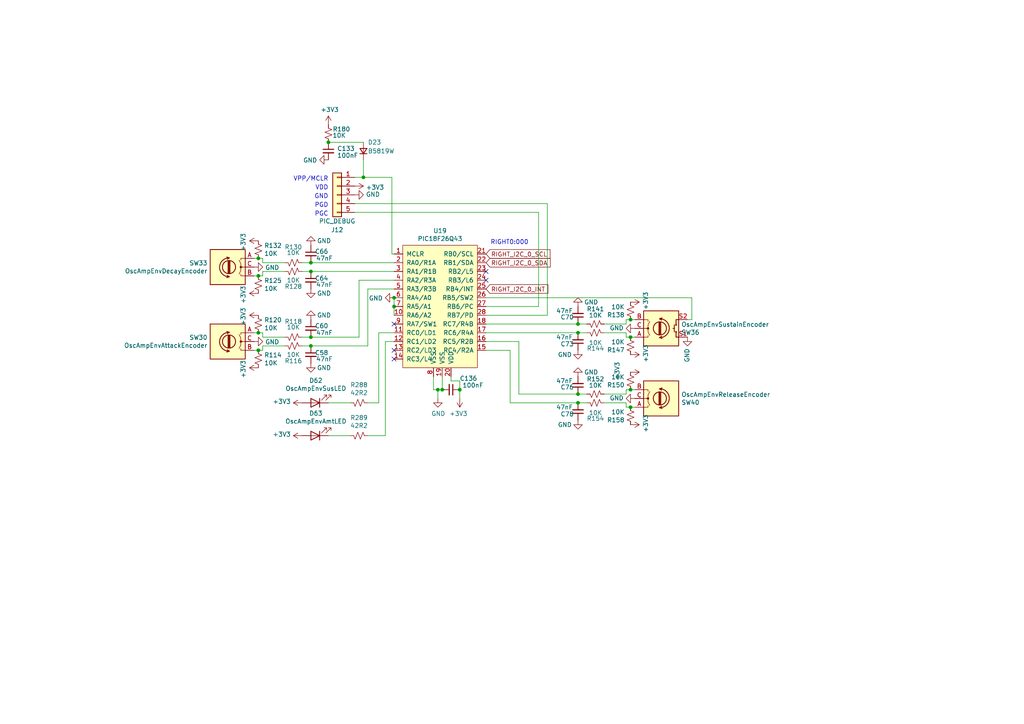
<source format=kicad_sch>
(kicad_sch (version 20210621) (generator eeschema)
  (paper "A4")
  (lib_symbols
    (symbol "Connector_Generic:Conn_01x05" (pin_names (offset 1.016) hide)
      (property "Reference" "J" (at 0 7.62 0))
      (property "Value" "Conn_01x05" (at 0 -7.62 0))
      (symbol "Conn_01x05_1_1"
        (rectangle (start -1.27 -4.953) (end 0 -5.207) (stroke (width 0.1524)))
        (rectangle (start -1.27 -2.413) (end 0 -2.667) (stroke (width 0.1524)))
        (rectangle (start -1.27 0.127) (end 0 -0.127) (stroke (width 0.1524)))
        (rectangle (start -1.27 2.667) (end 0 2.413) (stroke (width 0.1524)))
        (rectangle (start -1.27 5.207) (end 0 4.953) (stroke (width 0.1524)))
        (rectangle (start -1.27 6.35) (end 1.27 -6.35) (stroke (width 0.254)) (fill (type background)))
        (pin passive line (at -5.08 5.08 0) (length 3.81) (name "Pin_1") (number "1"))
        (pin passive line (at -5.08 2.54 0) (length 3.81) (name "Pin_2") (number "2"))
        (pin passive line (at -5.08 0 0) (length 3.81) (name "Pin_3") (number "3"))
        (pin passive line (at -5.08 -2.54 0) (length 3.81) (name "Pin_4") (number "4"))
        (pin passive line (at -5.08 -5.08 0) (length 3.81) (name "Pin_5") (number "5"))
      )
    )
    (symbol "Device:C_Small" (pin_numbers hide) (pin_names (offset 0.254) hide)
      (property "Reference" "C" (at 0.254 1.778 0))
      (property "Value" "C_Small" (at 0.254 -2.032 0))
      (symbol "C_Small_0_1"
        (polyline (pts (xy -1.524 -0.508) (xy 1.524 -0.508)) (stroke (width 0.3302)))
        (polyline (pts (xy -1.524 0.508) (xy 1.524 0.508)) (stroke (width 0.3048)))
      )
      (symbol "C_Small_1_1"
        (pin passive line (at 0 2.54 270) (length 2.032) (name "~") (number "1"))
        (pin passive line (at 0 -2.54 90) (length 2.032) (name "~") (number "2"))
      )
    )
    (symbol "Device:D_Small" (pin_numbers hide) (pin_names (offset 0.254) hide)
      (property "Reference" "D" (at -1.27 2.032 0))
      (property "Value" "D_Small" (at -3.81 -2.032 0))
      (symbol "D_Small_0_1"
        (polyline (pts (xy -0.762 -1.016) (xy -0.762 1.016)) (stroke (width 0.254)))
        (polyline (pts (xy -0.762 0) (xy 0.762 0)))
        (polyline (pts (xy 0.762 -1.016) (xy -0.762 0) (xy 0.762 1.016) (xy 0.762 -1.016)) (stroke (width 0.254)))
      )
      (symbol "D_Small_1_1"
        (pin passive line (at -2.54 0 0) (length 1.778) (name "K") (number "1"))
        (pin passive line (at 2.54 0 180) (length 1.778) (name "A") (number "2"))
      )
    )
    (symbol "Device:LED" (pin_numbers hide) (pin_names (offset 1.016) hide)
      (property "Reference" "D" (at 0 2.54 0))
      (property "Value" "LED" (at 0 -2.54 0))
      (symbol "LED_0_1"
        (polyline (pts (xy -1.27 -1.27) (xy -1.27 1.27)) (stroke (width 0.254)))
        (polyline (pts (xy -1.27 0) (xy 1.27 0)))
        (polyline (pts (xy 1.27 -1.27) (xy 1.27 1.27) (xy -1.27 0) (xy 1.27 -1.27)) (stroke (width 0.254)))
        (polyline (pts (xy -3.048 -0.762) (xy -4.572 -2.286) (xy -3.81 -2.286) (xy -4.572 -2.286) (xy -4.572 -1.524)))
        (polyline (pts (xy -1.778 -0.762) (xy -3.302 -2.286) (xy -2.54 -2.286) (xy -3.302 -2.286) (xy -3.302 -1.524)))
      )
      (symbol "LED_1_1"
        (pin passive line (at -3.81 0 0) (length 2.54) (name "K") (number "1"))
        (pin passive line (at 3.81 0 180) (length 2.54) (name "A") (number "2"))
      )
    )
    (symbol "Device:R_Small_US" (pin_numbers hide) (pin_names (offset 0.254) hide)
      (property "Reference" "R" (at 0.762 0.508 0))
      (property "Value" "R_Small_US" (at 0.762 -1.016 0))
      (symbol "R_Small_US_1_1"
        (polyline (pts (xy 0 0) (xy 1.016 -0.381) (xy 0 -0.762) (xy -1.016 -1.143) (xy 0 -1.524)))
        (polyline (pts (xy 0 1.524) (xy 1.016 1.143) (xy 0 0.762) (xy -1.016 0.381) (xy 0 0)))
        (pin passive line (at 0 2.54 270) (length 1.016) (name "~") (number "1"))
        (pin passive line (at 0 -2.54 90) (length 1.016) (name "~") (number "2"))
      )
    )
    (symbol "Device:RotaryEncoder" (pin_names (offset 0.254) hide)
      (property "Reference" "SW" (at 0 6.604 0))
      (property "Value" "RotaryEncoder" (at 0 -6.604 0))
      (symbol "RotaryEncoder_0_1"
        (arc (start -0.381 -2.794) (end -0.381 2.667) (radius (at -0.381 -0.0508) (length 2.7432) (angles -89.9 89.9)) (stroke (width 0.254)))
        (circle (center -0.381 0) (radius 1.905) (stroke (width 0.254)))
        (circle (center -3.81 0) (radius 0.254) (fill (type outline)))
        (rectangle (start -5.08 5.08) (end 5.08 -5.08) (stroke (width 0.254)) (fill (type background)))
        (polyline (pts (xy -0.635 -1.778) (xy -0.635 1.778)) (stroke (width 0.254)))
        (polyline (pts (xy -0.381 -1.778) (xy -0.381 1.778)) (stroke (width 0.254)))
        (polyline (pts (xy -0.127 1.778) (xy -0.127 -1.778)) (stroke (width 0.254)))
        (polyline (pts (xy -5.08 -2.54) (xy -3.81 -2.54) (xy -3.81 -2.032)))
        (polyline (pts (xy -5.08 2.54) (xy -3.81 2.54) (xy -3.81 2.032)))
        (polyline (pts (xy 0.254 -3.048) (xy -0.508 -2.794) (xy 0.127 -2.413)) (stroke (width 0.254)))
        (polyline (pts (xy 0.254 2.921) (xy -0.508 2.667) (xy 0.127 2.286)) (stroke (width 0.254)))
        (polyline (pts (xy -5.08 0) (xy -3.81 0) (xy -3.81 -1.016) (xy -3.302 -2.032)))
        (polyline (pts (xy -4.318 0) (xy -3.81 0) (xy -3.81 1.016) (xy -3.302 2.032)))
      )
      (symbol "RotaryEncoder_1_1"
        (pin passive line (at -7.62 2.54 0) (length 2.54) (name "A") (number "A"))
        (pin passive line (at -7.62 -2.54 0) (length 2.54) (name "B") (number "B"))
        (pin passive line (at -7.62 0 0) (length 2.54) (name "C") (number "C"))
      )
    )
    (symbol "Device:RotaryEncoder_Switch" (pin_names (offset 0.254) hide)
      (property "Reference" "SW" (at 0 6.604 0))
      (property "Value" "RotaryEncoder_Switch" (at 0 -6.604 0))
      (symbol "RotaryEncoder_Switch_0_1"
        (arc (start -0.381 -2.794) (end -0.381 2.667) (radius (at -0.381 -0.0508) (length 2.7432) (angles -89.9 89.9)) (stroke (width 0.254)))
        (circle (center -0.381 0) (radius 1.905) (stroke (width 0.254)))
        (circle (center 4.318 -1.016) (radius 0.127) (stroke (width 0.254)))
        (circle (center 4.318 1.016) (radius 0.127) (stroke (width 0.254)))
        (circle (center -3.81 0) (radius 0.254) (fill (type outline)))
        (rectangle (start -5.08 5.08) (end 5.08 -5.08) (stroke (width 0.254)) (fill (type background)))
        (polyline (pts (xy -0.635 -1.778) (xy -0.635 1.778)) (stroke (width 0.254)))
        (polyline (pts (xy -0.381 -1.778) (xy -0.381 1.778)) (stroke (width 0.254)))
        (polyline (pts (xy -0.127 1.778) (xy -0.127 -1.778)) (stroke (width 0.254)))
        (polyline (pts (xy 3.81 0) (xy 3.429 0)) (stroke (width 0.254)))
        (polyline (pts (xy 3.81 1.016) (xy 3.81 -1.016)) (stroke (width 0.254)))
        (polyline (pts (xy -5.08 -2.54) (xy -3.81 -2.54) (xy -3.81 -2.032)))
        (polyline (pts (xy -5.08 2.54) (xy -3.81 2.54) (xy -3.81 2.032)))
        (polyline (pts (xy 0.254 -3.048) (xy -0.508 -2.794) (xy 0.127 -2.413)) (stroke (width 0.254)))
        (polyline (pts (xy 0.254 2.921) (xy -0.508 2.667) (xy 0.127 2.286)) (stroke (width 0.254)))
        (polyline (pts (xy 5.08 -2.54) (xy 4.318 -2.54) (xy 4.318 -1.016)) (stroke (width 0.254)))
        (polyline (pts (xy 5.08 2.54) (xy 4.318 2.54) (xy 4.318 1.016)) (stroke (width 0.254)))
        (polyline (pts (xy -5.08 0) (xy -3.81 0) (xy -3.81 -1.016) (xy -3.302 -2.032)))
        (polyline (pts (xy -4.318 0) (xy -3.81 0) (xy -3.81 1.016) (xy -3.302 2.032)))
      )
      (symbol "RotaryEncoder_Switch_1_1"
        (pin passive line (at -7.62 2.54 0) (length 2.54) (name "A") (number "A"))
        (pin passive line (at -7.62 -2.54 0) (length 2.54) (name "B") (number "B"))
        (pin passive line (at -7.62 0 0) (length 2.54) (name "C") (number "C"))
        (pin passive line (at 7.62 2.54 180) (length 2.54) (name "S1") (number "S1"))
        (pin passive line (at 7.62 -2.54 180) (length 2.54) (name "S2") (number "S2"))
      )
    )
    (symbol "PIC18F26Q43:PIC18F26Q43" (pin_names (offset 1.016))
      (property "Reference" "U" (at -6.35 -1.27 0))
      (property "Value" "PIC18F26Q43" (at -6.35 -3.81 0))
      (symbol "PIC18F26Q43_0_1"
        (rectangle (start -17.78 -6.35) (end 3.81 -41.91) (fill (type background)))
      )
      (symbol "PIC18F26Q43_1_1"
        (pin input line (at -20.32 -8.89 0) (length 2.54) (name "MCLR") (number "1"))
        (pin input line (at -20.32 -26.67 0) (length 2.54) (name "RA6/A2") (number "10"))
        (pin output line (at -20.32 -31.75 0) (length 2.54) (name "RC0/LD1") (number "11"))
        (pin output line (at -20.32 -34.29 0) (length 2.54) (name "RC1/LD2") (number "12"))
        (pin output line (at -20.32 -36.83 0) (length 2.54) (name "RC2/LD3") (number "13"))
        (pin output line (at -20.32 -39.37 0) (length 2.54) (name "RC3/L4") (number "14"))
        (pin input line (at 6.35 -36.83 180) (length 2.54) (name "RC4/R2A") (number "15"))
        (pin input line (at 6.35 -34.29 180) (length 2.54) (name "RC5/R2B") (number "16"))
        (pin input line (at 6.35 -31.75 180) (length 2.54) (name "RC6/R4A") (number "17"))
        (pin input line (at 6.35 -29.21 180) (length 2.54) (name "RC7/R4B") (number "18"))
        (pin power_in line (at -6.35 -44.45 90) (length 2.54) (name "VSS") (number "19"))
        (pin input line (at -20.32 -11.43 0) (length 2.54) (name "RA0/R1A") (number "2"))
        (pin power_in line (at -3.81 -44.45 90) (length 2.54) (name "VDD") (number "20"))
        (pin input line (at 6.35 -8.89 180) (length 2.54) (name "RB0/SCL") (number "21"))
        (pin bidirectional line (at 6.35 -11.43 180) (length 2.54) (name "RB1/SDA") (number "22"))
        (pin output line (at 6.35 -13.97 180) (length 2.54) (name "RB2/L5") (number "23"))
        (pin output line (at 6.35 -16.51 180) (length 2.54) (name "RB3/L6") (number "24"))
        (pin bidirectional line (at 6.35 -19.05 180) (length 2.54) (name "RB4/INT") (number "25"))
        (pin output line (at 6.35 -21.59 180) (length 2.54) (name "RB5/SW2") (number "26"))
        (pin input line (at 6.35 -24.13 180) (length 2.54) (name "RB6/PC") (number "27"))
        (pin input line (at 6.35 -26.67 180) (length 2.54) (name "RB7/PD") (number "28"))
        (pin input line (at -20.32 -13.97 0) (length 2.54) (name "RA1/R1B") (number "3"))
        (pin input line (at -20.32 -16.51 0) (length 2.54) (name "RA2/R3A") (number "4"))
        (pin input line (at -20.32 -19.05 0) (length 2.54) (name "RA3/R3B") (number "5"))
        (pin input line (at -20.32 -21.59 0) (length 2.54) (name "RA4/A0") (number "6"))
        (pin input line (at -20.32 -24.13 0) (length 2.54) (name "RA5/A1") (number "7"))
        (pin power_in line (at -8.89 -44.45 90) (length 2.54) (name "VSS") (number "8"))
        (pin input line (at -20.32 -29.21 0) (length 2.54) (name "RA7/SW1") (number "9"))
      )
    )
    (symbol "power:+3.3V" (power) (pin_names (offset 0))
      (property "Value" "+3.3V" (at 0 3.556 0))
      (symbol "+3.3V_0_1"
        (polyline (pts (xy -0.762 1.27) (xy 0 2.54)))
        (polyline (pts (xy 0 0) (xy 0 2.54)))
        (polyline (pts (xy 0 2.54) (xy 0.762 1.27)))
      )
      (symbol "+3.3V_1_1"
        (pin power_in line (at 0 0 90) (length 0) hide (name "+3V3") (number "1"))
      )
    )
    (symbol "power:GND" (power) (pin_names (offset 0))
      (property "Value" "GND" (at 0 -3.81 0))
      (symbol "GND_0_1"
        (polyline (pts (xy 0 0) (xy 0 -1.27) (xy 1.27 -1.27) (xy 0 -2.54) (xy -1.27 -1.27) (xy 0 -1.27)))
      )
      (symbol "GND_1_1"
        (pin power_in line (at 0 0 270) (length 0) hide (name "GND") (number "1"))
      )
    )
  )
  (junction (at 74.93 74.93))
  (junction (at 74.93 80.01))
  (junction (at 74.93 96.52))
  (junction (at 74.93 101.6))
  (junction (at 90.17 76.2))
  (junction (at 90.17 78.74))
  (junction (at 90.17 97.79))
  (junction (at 90.17 100.33))
  (junction (at 95.25 41.275))
  (junction (at 105.41 51.435))
  (junction (at 114.3 86.36))
  (junction (at 114.3 88.9))
  (junction (at 127 113.03))
  (junction (at 128.27 113.03))
  (junction (at 133.35 113.03))
  (junction (at 167.64 93.98))
  (junction (at 167.64 96.52))
  (junction (at 167.64 114.3))
  (junction (at 167.64 116.84))
  (junction (at 182.88 92.71))
  (junction (at 182.88 97.79))
  (junction (at 182.88 113.03))
  (junction (at 182.88 118.11))
  (no_connect (at 114.3 93.98))
  (no_connect (at 114.3 101.6))
  (no_connect (at 114.3 104.14))
  (no_connect (at 140.97 78.74))
  (no_connect (at 140.97 81.28))
  (wire (pts (xy 74.93 74.93) (xy 73.66 74.93)))
  (wire (pts (xy 74.93 80.01) (xy 73.66 80.01)))
  (wire (pts (xy 74.93 96.52) (xy 73.66 96.52)))
  (wire (pts (xy 74.93 101.6) (xy 73.66 101.6)))
  (wire (pts (xy 76.2 74.93) (xy 74.93 74.93)))
  (wire (pts (xy 76.2 74.93) (xy 76.2 76.2)))
  (wire (pts (xy 76.2 78.74) (xy 76.2 80.01)))
  (wire (pts (xy 76.2 80.01) (xy 74.93 80.01)))
  (wire (pts (xy 76.2 96.52) (xy 74.93 96.52)))
  (wire (pts (xy 76.2 96.52) (xy 76.2 97.79)))
  (wire (pts (xy 76.2 100.33) (xy 76.2 101.6)))
  (wire (pts (xy 76.2 101.6) (xy 74.93 101.6)))
  (wire (pts (xy 82.55 76.2) (xy 76.2 76.2)))
  (wire (pts (xy 82.55 78.74) (xy 76.2 78.74)))
  (wire (pts (xy 82.55 97.79) (xy 76.2 97.79)))
  (wire (pts (xy 82.55 100.33) (xy 76.2 100.33)))
  (wire (pts (xy 87.63 76.2) (xy 90.17 76.2)))
  (wire (pts (xy 87.63 78.74) (xy 90.17 78.74)))
  (wire (pts (xy 87.63 97.79) (xy 90.17 97.79)))
  (wire (pts (xy 87.63 100.33) (xy 90.17 100.33)))
  (wire (pts (xy 90.17 76.2) (xy 114.3 76.2)))
  (wire (pts (xy 90.17 78.74) (xy 114.3 78.74)))
  (wire (pts (xy 90.17 97.79) (xy 104.14 97.79)))
  (wire (pts (xy 90.17 100.33) (xy 106.68 100.33)))
  (wire (pts (xy 95.25 41.275) (xy 105.41 41.275)))
  (wire (pts (xy 95.25 116.84) (xy 101.6 116.84)))
  (wire (pts (xy 95.25 126.365) (xy 101.6 126.365)))
  (wire (pts (xy 102.87 51.435) (xy 105.41 51.435)))
  (wire (pts (xy 102.87 59.055) (xy 158.75 59.055)))
  (wire (pts (xy 102.87 61.595) (xy 156.21 61.595)))
  (wire (pts (xy 104.14 81.28) (xy 114.3 81.28)))
  (wire (pts (xy 104.14 97.79) (xy 104.14 81.28)))
  (wire (pts (xy 105.41 51.435) (xy 105.41 46.355)))
  (wire (pts (xy 105.41 51.435) (xy 113.665 51.435)))
  (wire (pts (xy 106.68 83.82) (xy 114.3 83.82)))
  (wire (pts (xy 106.68 100.33) (xy 106.68 83.82)))
  (wire (pts (xy 106.68 116.84) (xy 109.855 116.84)))
  (wire (pts (xy 109.855 96.52) (xy 109.855 116.84)))
  (wire (pts (xy 109.855 96.52) (xy 114.3 96.52)))
  (wire (pts (xy 111.76 99.06) (xy 111.76 126.365)))
  (wire (pts (xy 111.76 126.365) (xy 106.68 126.365)))
  (wire (pts (xy 113.665 51.435) (xy 113.665 73.66)))
  (wire (pts (xy 114.3 73.66) (xy 113.665 73.66)))
  (wire (pts (xy 114.3 86.36) (xy 114.3 88.9)))
  (wire (pts (xy 114.3 88.9) (xy 114.3 91.44)))
  (wire (pts (xy 114.3 99.06) (xy 111.76 99.06)))
  (wire (pts (xy 125.73 109.22) (xy 125.73 113.03)))
  (wire (pts (xy 125.73 113.03) (xy 127 113.03)))
  (wire (pts (xy 127 113.03) (xy 128.27 113.03)))
  (wire (pts (xy 127 115.57) (xy 127 113.03)))
  (wire (pts (xy 128.27 109.22) (xy 128.27 113.03)))
  (wire (pts (xy 130.81 109.22) (xy 130.81 110.49)))
  (wire (pts (xy 133.35 110.49) (xy 130.81 110.49)))
  (wire (pts (xy 133.35 110.49) (xy 133.35 113.03)))
  (wire (pts (xy 133.35 115.57) (xy 133.35 113.03)))
  (wire (pts (xy 140.97 86.36) (xy 200.66 86.36)))
  (wire (pts (xy 140.97 91.44) (xy 158.75 91.44)))
  (wire (pts (xy 140.97 93.98) (xy 167.64 93.98)))
  (wire (pts (xy 140.97 96.52) (xy 167.64 96.52)))
  (wire (pts (xy 140.97 99.06) (xy 150.495 99.06)))
  (wire (pts (xy 140.97 101.6) (xy 147.955 101.6)))
  (wire (pts (xy 147.955 101.6) (xy 147.955 116.84)))
  (wire (pts (xy 147.955 116.84) (xy 167.64 116.84)))
  (wire (pts (xy 150.495 99.06) (xy 150.495 114.3)))
  (wire (pts (xy 150.495 114.3) (xy 167.64 114.3)))
  (wire (pts (xy 156.21 61.595) (xy 156.21 88.9)))
  (wire (pts (xy 156.21 88.9) (xy 140.97 88.9)))
  (wire (pts (xy 158.75 59.055) (xy 158.75 91.44)))
  (wire (pts (xy 170.18 93.98) (xy 167.64 93.98)))
  (wire (pts (xy 170.18 96.52) (xy 167.64 96.52)))
  (wire (pts (xy 170.18 114.3) (xy 167.64 114.3)))
  (wire (pts (xy 170.18 116.84) (xy 167.64 116.84)))
  (wire (pts (xy 175.26 93.98) (xy 181.61 93.98)))
  (wire (pts (xy 175.26 96.52) (xy 181.61 96.52)))
  (wire (pts (xy 175.26 114.3) (xy 181.61 114.3)))
  (wire (pts (xy 175.26 116.84) (xy 181.61 116.84)))
  (wire (pts (xy 181.61 92.71) (xy 182.88 92.71)))
  (wire (pts (xy 181.61 93.98) (xy 181.61 92.71)))
  (wire (pts (xy 181.61 97.79) (xy 181.61 96.52)))
  (wire (pts (xy 181.61 97.79) (xy 182.88 97.79)))
  (wire (pts (xy 181.61 113.03) (xy 182.88 113.03)))
  (wire (pts (xy 181.61 114.3) (xy 181.61 113.03)))
  (wire (pts (xy 181.61 118.11) (xy 181.61 116.84)))
  (wire (pts (xy 181.61 118.11) (xy 182.88 118.11)))
  (wire (pts (xy 182.88 92.71) (xy 184.15 92.71)))
  (wire (pts (xy 182.88 97.79) (xy 184.15 97.79)))
  (wire (pts (xy 182.88 113.03) (xy 184.15 113.03)))
  (wire (pts (xy 182.88 118.11) (xy 184.15 118.11)))
  (wire (pts (xy 200.66 86.36) (xy 200.66 92.71)))
  (wire (pts (xy 200.66 92.71) (xy 199.39 92.71)))
  (text "VPP/MCLR" (at 95.25 52.705 180) (effects (font (size 1.27 1.27)) (justify right bottom)))
  (text "VDD" (at 95.25 55.245 180) (effects (font (size 1.27 1.27)) (justify right bottom)))
  (text "GND" (at 95.25 57.785 180) (effects (font (size 1.27 1.27)) (justify right bottom)))
  (text "PGD" (at 95.25 60.325 180) (effects (font (size 1.27 1.27)) (justify right bottom)))
  (text "PGC" (at 95.25 62.865 180) (effects (font (size 1.27 1.27)) (justify right bottom)))
  (text "RIGHT0:000" (at 142.24 71.12 0) (effects (font (size 1.27 1.27)) (justify left bottom)))
  (global_label "RIGHT_I2C_0_SCL" (shape input) (at 140.97 73.66 0) (property "Intersheet References" "${INTERSHEET_REFS}" (effects hide)))
  (global_label "RIGHT_I2C_0_SDA" (shape input) (at 140.97 76.2 0) (property "Intersheet References" "${INTERSHEET_REFS}" (effects hide)))
  (global_label "RIGHT_I2C_0_INT" (shape input) (at 140.97 83.82 0) (property "Intersheet References" "${INTERSHEET_REFS}" (effects hide)))
  (symbol (lib_id "power:+3.3V") (at 74.93 69.85 90) (mirror x) (unit 1)
    (property "Reference" "#PWR0143" (effects hide))
    (property "Value" "+3.3V" (at 70.5358 70.231 0))
  )
  (symbol (lib_id "power:+3.3V") (at 74.93 85.09 90) (mirror x) (unit 1)
    (property "Reference" "#PWR0142" (effects hide))
    (property "Value" "+3.3V" (at 70.5358 85.471 0))
  )
  (symbol (lib_id "power:+3.3V") (at 74.93 91.44 90) (mirror x) (unit 1)
    (property "Reference" "#PWR0141" (effects hide))
    (property "Value" "+3.3V" (at 70.5358 91.821 0))
  )
  (symbol (lib_id "power:+3.3V") (at 74.93 106.68 90) (mirror x) (unit 1)
    (property "Reference" "#PWR0140" (effects hide))
    (property "Value" "+3.3V" (at 70.5358 107.061 0))
  )
  (symbol (lib_id "power:+3.3V") (at 87.63 116.84 90) (unit 1)
    (property "Reference" "#PWR0644" (effects hide))
    (property "Value" "+3.3V" (at 84.3788 116.459 90) (effects (justify left)))
  )
  (symbol (lib_id "power:+3.3V") (at 87.63 126.365 90) (unit 1)
    (property "Reference" "#PWR0645" (effects hide))
    (property "Value" "+3.3V" (at 84.3788 125.984 90) (effects (justify left)))
  )
  (symbol (lib_id "power:+3.3V") (at 95.25 36.195 0) (unit 1)
    (property "Reference" "#PWR0102" (effects hide))
    (property "Value" "+3.3V" (at 95.631 31.8008 0))
  )
  (symbol (lib_id "power:+3.3V") (at 102.87 53.975 270) (unit 1)
    (property "Reference" "#PWR0132" (effects hide))
    (property "Value" "+3.3V" (at 106.1212 54.356 90) (effects (justify left)))
  )
  (symbol (lib_id "power:+3.3V") (at 133.35 115.57 180) (unit 1)
    (property "Reference" "#PWR0103" (effects hide))
    (property "Value" "+3.3V" (at 132.969 119.9642 0))
  )
  (symbol (lib_id "power:+3.3V") (at 182.88 87.63 270) (mirror x) (unit 1)
    (property "Reference" "#PWR0152" (effects hide))
    (property "Value" "+3.3V" (at 187.2742 87.249 0))
  )
  (symbol (lib_id "power:+3.3V") (at 182.88 102.87 270) (mirror x) (unit 1)
    (property "Reference" "#PWR0159" (effects hide))
    (property "Value" "+3.3V" (at 187.2742 102.489 0))
  )
  (symbol (lib_id "power:+3.3V") (at 182.88 107.95 270) (mirror x) (unit 1)
    (property "Reference" "#PWR0150" (effects hide))
    (property "Value" "+3.3V" (at 179.0192 107.569 0))
  )
  (symbol (lib_id "power:+3.3V") (at 182.88 123.19 270) (mirror x) (unit 1)
    (property "Reference" "#PWR0151" (effects hide))
    (property "Value" "+3.3V" (at 187.2742 122.809 0))
  )
  (symbol (lib_id "power:GND") (at 73.66 77.47 90) (mirror x) (unit 1)
    (property "Reference" "#PWR0201" (effects hide))
    (property "Value" "GND" (at 76.9112 77.597 90) (effects (justify right)))
  )
  (symbol (lib_id "power:GND") (at 73.66 99.06 90) (mirror x) (unit 1)
    (property "Reference" "#PWR0188" (effects hide))
    (property "Value" "GND" (at 76.9112 99.187 90) (effects (justify right)))
  )
  (symbol (lib_id "power:GND") (at 90.17 71.12 0) (mirror x) (unit 1)
    (property "Reference" "#PWR0204" (effects hide))
    (property "Value" "GND" (at 93.98 69.85 0))
  )
  (symbol (lib_id "power:GND") (at 90.17 83.82 0) (mirror y) (unit 1)
    (property "Reference" "#PWR0197" (effects hide))
    (property "Value" "GND" (at 93.98 85.09 0))
  )
  (symbol (lib_id "power:GND") (at 90.17 92.71 0) (mirror x) (unit 1)
    (property "Reference" "#PWR0189" (effects hide))
    (property "Value" "GND" (at 93.98 91.44 0))
  )
  (symbol (lib_id "power:GND") (at 90.17 105.41 0) (mirror y) (unit 1)
    (property "Reference" "#PWR0186" (effects hide))
    (property "Value" "GND" (at 93.98 106.68 0))
  )
  (symbol (lib_id "power:GND") (at 95.25 46.355 270) (unit 1)
    (property "Reference" "#PWR0327" (effects hide))
    (property "Value" "GND" (at 91.9988 46.482 90) (effects (justify right)))
  )
  (symbol (lib_id "power:GND") (at 102.87 56.515 90) (unit 1)
    (property "Reference" "#PWR0325" (effects hide))
    (property "Value" "GND" (at 106.1212 56.388 90) (effects (justify right)))
  )
  (symbol (lib_id "power:GND") (at 114.3 86.36 270) (unit 1)
    (property "Reference" "#PWR0910" (effects hide))
    (property "Value" "GND" (at 111.0488 86.487 90) (effects (justify right)))
  )
  (symbol (lib_id "power:GND") (at 127 115.57 0) (unit 1)
    (property "Reference" "#PWR0273" (effects hide))
    (property "Value" "GND" (at 127.127 119.9642 0))
  )
  (symbol (lib_id "power:GND") (at 167.64 88.9 0) (mirror x) (unit 1)
    (property "Reference" "#PWR0374" (effects hide))
    (property "Value" "GND" (at 171.45 87.63 0))
  )
  (symbol (lib_id "power:GND") (at 167.64 101.6 0) (mirror y) (unit 1)
    (property "Reference" "#PWR0218" (effects hide))
    (property "Value" "GND" (at 163.83 102.87 0))
  )
  (symbol (lib_id "power:GND") (at 167.64 109.22 0) (mirror x) (unit 1)
    (property "Reference" "#PWR0375" (effects hide))
    (property "Value" "GND" (at 171.45 107.95 0))
  )
  (symbol (lib_id "power:GND") (at 167.64 121.92 0) (mirror y) (unit 1)
    (property "Reference" "#PWR0230" (effects hide))
    (property "Value" "GND" (at 163.83 123.19 0))
  )
  (symbol (lib_id "power:GND") (at 184.15 95.25 270) (mirror x) (unit 1)
    (property "Reference" "#PWR0214" (effects hide))
    (property "Value" "GND" (at 180.8988 95.123 90) (effects (justify right)))
  )
  (symbol (lib_id "power:GND") (at 184.15 115.57 270) (mirror x) (unit 1)
    (property "Reference" "#PWR0225" (effects hide))
    (property "Value" "GND" (at 180.8988 115.443 90) (effects (justify right)))
  )
  (symbol (lib_id "power:GND") (at 199.39 97.79 0) (mirror y) (unit 1)
    (property "Reference" "#PWR0624" (effects hide))
    (property "Value" "GND" (at 199.263 101.0412 90) (effects (justify right)))
  )
  (symbol (lib_id "Device:R_Small_US") (at 74.93 72.39 180) (unit 1)
    (property "Reference" "R132" (at 76.6318 71.2216 0) (effects (justify right)))
    (property "Value" "10K" (at 76.6318 73.533 0) (effects (justify right)))
    (property "Footprint" "Resistor_SMD:R_0402_1005Metric" (effects hide))
    (property "LCSC" "C25744" (effects hide))
  )
  (symbol (lib_id "Device:R_Small_US") (at 74.93 82.55 180) (unit 1)
    (property "Reference" "R125" (at 76.6318 81.3816 0) (effects (justify right)))
    (property "Value" "10K" (at 76.6318 83.693 0) (effects (justify right)))
    (property "Footprint" "Resistor_SMD:R_0402_1005Metric" (effects hide))
    (property "LCSC" "C25744" (effects hide))
  )
  (symbol (lib_id "Device:R_Small_US") (at 74.93 93.98 180) (unit 1)
    (property "Reference" "R120" (at 76.6318 92.8116 0) (effects (justify right)))
    (property "Value" "10K" (at 76.6318 95.123 0) (effects (justify right)))
    (property "Footprint" "Resistor_SMD:R_0402_1005Metric" (effects hide))
    (property "LCSC" "C25744" (effects hide))
  )
  (symbol (lib_id "Device:R_Small_US") (at 74.93 104.14 180) (unit 1)
    (property "Reference" "R114" (at 76.6318 102.9716 0) (effects (justify right)))
    (property "Value" "10K" (at 76.6318 105.283 0) (effects (justify right)))
    (property "Footprint" "Resistor_SMD:R_0402_1005Metric" (effects hide))
    (property "LCSC" "C25744" (effects hide))
  )
  (symbol (lib_id "Device:R_Small_US") (at 85.09 76.2 90) (mirror x) (unit 1)
    (property "Reference" "R130" (at 85.09 72.39 90) (effects (justify bottom)))
    (property "Value" "10K" (at 85.09 73.3044 90))
    (property "Footprint" "Resistor_SMD:R_0402_1005Metric" (effects hide))
    (property "LCSC" "C25744" (effects hide))
  )
  (symbol (lib_id "Device:R_Small_US") (at 85.09 78.74 270) (mirror x) (unit 1)
    (property "Reference" "R128" (at 85.09 83.82 90) (effects (justify top)))
    (property "Value" "10K" (at 85.09 81.28 90))
    (property "Footprint" "Resistor_SMD:R_0402_1005Metric" (effects hide))
    (property "LCSC" "C25744" (effects hide))
  )
  (symbol (lib_id "Device:R_Small_US") (at 85.09 97.79 90) (mirror x) (unit 1)
    (property "Reference" "R118" (at 85.09 93.98 90) (effects (justify bottom)))
    (property "Value" "10K" (at 85.09 94.8944 90))
    (property "Footprint" "Resistor_SMD:R_0402_1005Metric" (effects hide))
    (property "LCSC" "C25744" (effects hide))
  )
  (symbol (lib_id "Device:R_Small_US") (at 85.09 100.33 270) (mirror x) (unit 1)
    (property "Reference" "R116" (at 85.09 105.41 90) (effects (justify top)))
    (property "Value" "10K" (at 85.09 102.87 90))
    (property "Footprint" "Resistor_SMD:R_0402_1005Metric" (effects hide))
    (property "LCSC" "C25744" (effects hide))
  )
  (symbol (lib_id "Device:R_Small_US") (at 95.25 38.735 180) (unit 1)
    (property "Reference" "R180" (at 101.6 37.465 0) (effects (justify left)))
    (property "Value" "10K" (at 100.33 40.005 0) (effects (justify left top)))
    (property "Footprint" "Resistor_SMD:R_0603_1608Metric" (effects hide))
    (property "LCSC" "C25804" (effects hide))
  )
  (symbol (lib_id "Device:R_Small_US") (at 104.14 116.84 90) (mirror x) (unit 1)
    (property "Reference" "R288" (at 104.14 111.633 90))
    (property "Value" "42R2" (at 104.14 113.9444 90))
    (property "Footprint" "Resistor_SMD:R_0603_1608Metric" (effects hide))
    (property "LCSC" "C23182" (effects hide))
  )
  (symbol (lib_id "Device:R_Small_US") (at 104.14 126.365 90) (mirror x) (unit 1)
    (property "Reference" "R289" (at 104.14 121.158 90))
    (property "Value" "42R2" (at 104.14 123.4694 90))
    (property "Footprint" "Resistor_SMD:R_0603_1608Metric" (effects hide))
    (property "LCSC" "C23182" (effects hide))
  )
  (symbol (lib_id "Device:R_Small_US") (at 172.72 93.98 90) (mirror x) (unit 1)
    (property "Reference" "R141" (at 172.72 88.9 90) (effects (justify top)))
    (property "Value" "10K" (at 172.72 91.44 90))
    (property "Footprint" "Resistor_SMD:R_0402_1005Metric" (effects hide))
    (property "LCSC" "C25744" (effects hide))
  )
  (symbol (lib_id "Device:R_Small_US") (at 172.72 96.52 270) (mirror x) (unit 1)
    (property "Reference" "R144" (at 172.72 100.33 90) (effects (justify bottom)))
    (property "Value" "10K" (at 172.72 99.4156 90))
    (property "Footprint" "Resistor_SMD:R_0402_1005Metric" (effects hide))
    (property "LCSC" "C25744" (effects hide))
  )
  (symbol (lib_id "Device:R_Small_US") (at 172.72 114.3 90) (mirror x) (unit 1)
    (property "Reference" "R152" (at 172.72 109.22 90) (effects (justify top)))
    (property "Value" "10K" (at 172.72 111.76 90))
    (property "Footprint" "Resistor_SMD:R_0402_1005Metric" (effects hide))
    (property "LCSC" "C25744" (effects hide))
  )
  (symbol (lib_id "Device:R_Small_US") (at 172.72 116.84 270) (mirror x) (unit 1)
    (property "Reference" "R154" (at 172.72 120.65 90) (effects (justify bottom)))
    (property "Value" "10K" (at 172.72 119.7356 90))
    (property "Footprint" "Resistor_SMD:R_0402_1005Metric" (effects hide))
    (property "LCSC" "C25744" (effects hide))
  )
  (symbol (lib_id "Device:R_Small_US") (at 182.88 90.17 0) (unit 1)
    (property "Reference" "R138" (at 181.1782 91.3384 0) (effects (justify right)))
    (property "Value" "10K" (at 181.1782 89.027 0) (effects (justify right)))
    (property "Footprint" "Resistor_SMD:R_0402_1005Metric" (effects hide))
    (property "LCSC" "C25744" (effects hide))
  )
  (symbol (lib_id "Device:R_Small_US") (at 182.88 100.33 0) (unit 1)
    (property "Reference" "R147" (at 181.1782 101.4984 0) (effects (justify right)))
    (property "Value" "10K" (at 181.1782 99.187 0) (effects (justify right)))
    (property "Footprint" "Resistor_SMD:R_0402_1005Metric" (effects hide))
    (property "LCSC" "C25744" (effects hide))
  )
  (symbol (lib_id "Device:R_Small_US") (at 182.88 110.49 0) (unit 1)
    (property "Reference" "R150" (at 181.1782 111.6584 0) (effects (justify right)))
    (property "Value" "10K" (at 181.1782 109.347 0) (effects (justify right)))
    (property "Footprint" "Resistor_SMD:R_0402_1005Metric" (effects hide))
    (property "LCSC" "C25744" (effects hide))
  )
  (symbol (lib_id "Device:R_Small_US") (at 182.88 120.65 0) (unit 1)
    (property "Reference" "R158" (at 181.1782 121.8184 0) (effects (justify right)))
    (property "Value" "10K" (at 181.1782 119.507 0) (effects (justify right)))
    (property "Footprint" "Resistor_SMD:R_0402_1005Metric" (effects hide))
    (property "LCSC" "C25744" (effects hide))
  )
  (symbol (lib_id "Device:D_Small") (at 105.41 43.815 90) (unit 1)
    (property "Reference" "D23" (at 106.68 41.275 90) (effects (justify right)))
    (property "Value" "B5819W" (at 106.68 43.815 90) (effects (justify right)))
    (property "Footprint" "Diode_SMD:D_SOD-123" (effects hide))
    (property "LCSC" "C8598" (effects hide))
  )
  (symbol (lib_id "Device:C_Small") (at 90.17 73.66 0) (unit 1)
    (property "Reference" "C66" (at 95.25 73.66 0) (effects (justify right bottom)))
    (property "Value" "47nF" (at 96.52 74.93 0) (effects (justify right)))
    (property "Footprint" "Capacitor_SMD:C_0603_1608Metric" (effects hide))
    (property "LCSC" "C1622" (effects hide))
  )
  (symbol (lib_id "Device:C_Small") (at 90.17 81.28 0) (unit 1)
    (property "Reference" "C64" (at 95.25 80.01 0) (effects (justify right top)))
    (property "Value" "47nF" (at 96.52 82.55 0) (effects (justify right)))
    (property "Footprint" "Capacitor_SMD:C_0603_1608Metric" (effects hide))
    (property "LCSC" "C1622" (effects hide))
  )
  (symbol (lib_id "Device:C_Small") (at 90.17 95.25 0) (unit 1)
    (property "Reference" "C60" (at 95.25 95.25 0) (effects (justify right bottom)))
    (property "Value" "47nF" (at 96.52 96.52 0) (effects (justify right)))
    (property "Footprint" "Capacitor_SMD:C_0603_1608Metric" (effects hide))
    (property "LCSC" "C1622" (effects hide))
  )
  (symbol (lib_id "Device:C_Small") (at 90.17 102.87 0) (unit 1)
    (property "Reference" "C58" (at 95.25 101.6 0) (effects (justify right top)))
    (property "Value" "47nF" (at 96.52 104.14 0) (effects (justify right)))
    (property "Footprint" "Capacitor_SMD:C_0603_1608Metric" (effects hide))
    (property "LCSC" "C1622" (effects hide))
  )
  (symbol (lib_id "Device:C_Small") (at 95.25 43.815 0) (unit 1)
    (property "Reference" "C133" (at 97.79 43.815 0) (effects (justify left bottom)))
    (property "Value" "100nF" (at 97.79 45.085 0) (effects (justify left)))
    (property "Footprint" "Capacitor_SMD:C_0402_1005Metric" (effects hide))
    (property "LCSC" "C1525" (effects hide))
  )
  (symbol (lib_id "Device:C_Small") (at 130.81 113.03 270) (unit 1)
    (property "Reference" "C136" (at 135.89 110.49 90) (effects (justify bottom)))
    (property "Value" "100nF" (at 137.16 111.76 90))
    (property "Footprint" "Capacitor_SMD:C_0402_1005Metric" (effects hide))
    (property "LCSC" "C1525" (effects hide))
  )
  (symbol (lib_id "Device:C_Small") (at 167.64 91.44 180) (unit 1)
    (property "Reference" "C70" (at 162.56 92.71 0) (effects (justify right top)))
    (property "Value" "47nF" (at 161.29 90.17 0) (effects (justify right)))
    (property "Footprint" "Capacitor_SMD:C_0603_1608Metric" (effects hide))
    (property "LCSC" "C1622" (effects hide))
  )
  (symbol (lib_id "Device:C_Small") (at 167.64 99.06 180) (unit 1)
    (property "Reference" "C73" (at 162.56 99.06 0) (effects (justify right bottom)))
    (property "Value" "47nF" (at 161.29 97.79 0) (effects (justify right)))
    (property "Footprint" "Capacitor_SMD:C_0603_1608Metric" (effects hide))
    (property "LCSC" "C1622" (effects hide))
  )
  (symbol (lib_id "Device:C_Small") (at 167.64 111.76 180) (unit 1)
    (property "Reference" "C76" (at 162.56 113.03 0) (effects (justify right top)))
    (property "Value" "47nF" (at 161.29 110.49 0) (effects (justify right)))
    (property "Footprint" "Capacitor_SMD:C_0603_1608Metric" (effects hide))
    (property "LCSC" "C1622" (effects hide))
  )
  (symbol (lib_id "Device:C_Small") (at 167.64 119.38 180) (unit 1)
    (property "Reference" "C78" (at 162.56 119.38 0) (effects (justify right bottom)))
    (property "Value" "47nF" (at 161.29 118.11 0) (effects (justify right)))
    (property "Footprint" "Capacitor_SMD:C_0603_1608Metric" (effects hide))
    (property "LCSC" "C1622" (effects hide))
  )
  (symbol (lib_id "Device:LED") (at 91.44 116.84 180) (unit 1)
    (property "Reference" "D62" (at 91.6178 110.363 0))
    (property "Value" "OscAmpEnvSusLED" (at 91.6178 112.6744 0))
    (property "Footprint" "LED_SMD:LED_0603_1608Metric" (effects hide))
    (property "LCSC" "C2286" (effects hide))
  )
  (symbol (lib_id "Device:LED") (at 91.44 126.365 180) (unit 1)
    (property "Reference" "D63" (at 91.6178 119.888 0))
    (property "Value" "OscAmpEnvAmtLED" (at 91.6178 122.1994 0))
    (property "Footprint" "LED_SMD:LED_0603_1608Metric" (effects hide))
    (property "LCSC" "C2286" (effects hide))
  )
  (symbol (lib_id "Connector_Generic:Conn_01x05") (at 97.79 56.515 0) (mirror y) (unit 1)
    (property "Reference" "J12" (at 97.79 66.675 0))
    (property "Value" "PIC_DEBUG" (at 97.79 64.135 0))
    (property "Footprint" "Connector_PinHeader_1.27mm:PinHeader_1x05_P1.27mm_Vertical" (effects hide))
  )
  (symbol (lib_id "Device:RotaryEncoder") (at 66.04 77.47 0) (mirror y) (unit 1)
    (property "Reference" "SW33" (at 60.198 76.3016 0) (effects (justify left)))
    (property "Value" "OscAmpEnvDecayEncoder" (at 60.198 78.613 0) (effects (justify left)))
    (property "Footprint" "PEC11R:PEC11R-4x15F-N0024" (effects hide))
  )
  (symbol (lib_id "Device:RotaryEncoder") (at 66.04 99.06 0) (mirror y) (unit 1)
    (property "Reference" "SW30" (at 60.198 97.8916 0) (effects (justify left)))
    (property "Value" "OscAmpEnvAttackEncoder" (at 60.198 100.203 0) (effects (justify left)))
    (property "Footprint" "PEC11R:PEC11R-4x15F-N0024" (effects hide))
  )
  (symbol (lib_id "Device:RotaryEncoder") (at 191.77 115.57 0) (mirror x) (unit 1)
    (property "Reference" "SW40" (at 197.612 116.7384 0) (effects (justify left)))
    (property "Value" "OscAmpEnvReleaseEncoder" (at 197.612 114.427 0) (effects (justify left)))
    (property "Footprint" "PEC11R:PEC11R-4x15F-N0024" (effects hide))
  )
  (symbol (lib_id "Device:RotaryEncoder_Switch") (at 191.77 95.25 0) (mirror x) (unit 1)
    (property "Reference" "SW36" (at 197.612 96.4184 0) (effects (justify left)))
    (property "Value" "OscAmpEnvSustainEncoder" (at 197.612 94.107 0) (effects (justify left)))
    (property "Footprint" "PEC11R:PEC11R-4x15F-S0024" (effects hide))
  )
  (symbol (lib_id "PIC18F26Q43:PIC18F26Q43") (at 134.62 64.77 0) (unit 1)
    (property "Reference" "U19" (at 127.635 66.929 0))
    (property "Value" "PIC18F26Q43" (at 127.635 69.2404 0))
    (property "Footprint" "Package_SO:SSOP-28_5.3x10.2mm_P0.65mm" (effects hide))
  )
)
</source>
